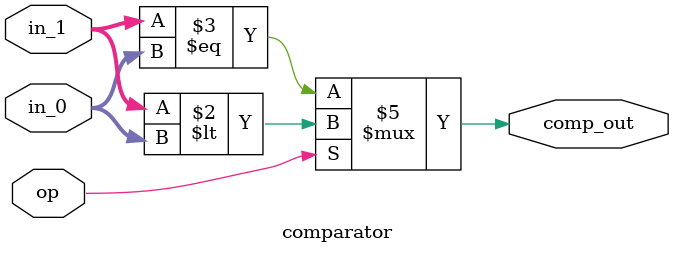
<source format=sv>
`timescale 1ns / 1ps

//////////////////////////////////////////////////////////////////////////////////


module comparator   #(parameter INPUT_SIZE = 4)
                    (   input logic op,
                        input logic [INPUT_SIZE-1:0] in_0, in_1,
                        output logic comp_out
    );
    
    always_comb begin                       // Comparator does 2 operations:
        if (op) begin                       // Less than comparison outputs 1 if 
            comp_out = (in_1 < in_0);       // second input is less than first, otherwise outputs 0
        end else begin                      // Equality comparison outputs 1 if
            comp_out = (in_1 == in_0);      // both inputs have the same value, otherwise outputs 0
        end
    end
                                            
endmodule

</source>
